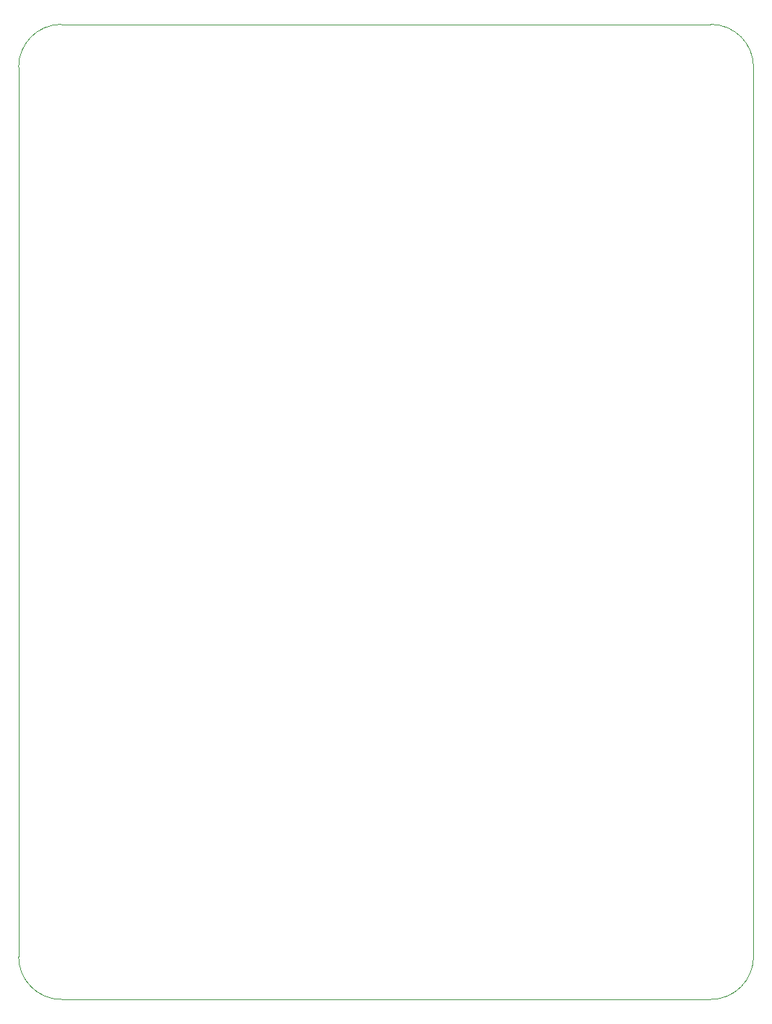
<source format=gm1>
G04 #@! TF.GenerationSoftware,KiCad,Pcbnew,(5.1.10)-1*
G04 #@! TF.CreationDate,2021-09-06T19:40:46-04:00*
G04 #@! TF.ProjectId,Lithium_Ion_Pack,4c697468-6975-46d5-9f49-6f6e5f506163,A0*
G04 #@! TF.SameCoordinates,Original*
G04 #@! TF.FileFunction,Profile,NP*
%FSLAX46Y46*%
G04 Gerber Fmt 4.6, Leading zero omitted, Abs format (unit mm)*
G04 Created by KiCad (PCBNEW (5.1.10)-1) date 2021-09-06 19:40:46*
%MOMM*%
%LPD*%
G01*
G04 APERTURE LIST*
G04 #@! TA.AperFunction,Profile*
%ADD10C,0.050000*%
G04 #@! TD*
G04 APERTURE END LIST*
D10*
X100500000Y-45250000D02*
G75*
G02*
X105500000Y-40250000I5000000J0D01*
G01*
X105500000Y-154250000D02*
G75*
G02*
X100500000Y-149250000I0J5000000D01*
G01*
X186500000Y-149250000D02*
G75*
G02*
X181500000Y-154250000I-5000000J0D01*
G01*
X181500000Y-40250000D02*
G75*
G02*
X186500000Y-45250000I0J-5000000D01*
G01*
X100500000Y-45250000D02*
X100500000Y-149250000D01*
X181500000Y-40250000D02*
X105500000Y-40250000D01*
X186500000Y-149250000D02*
X186500000Y-45250000D01*
X105500000Y-154250000D02*
X181500000Y-154250000D01*
M02*

</source>
